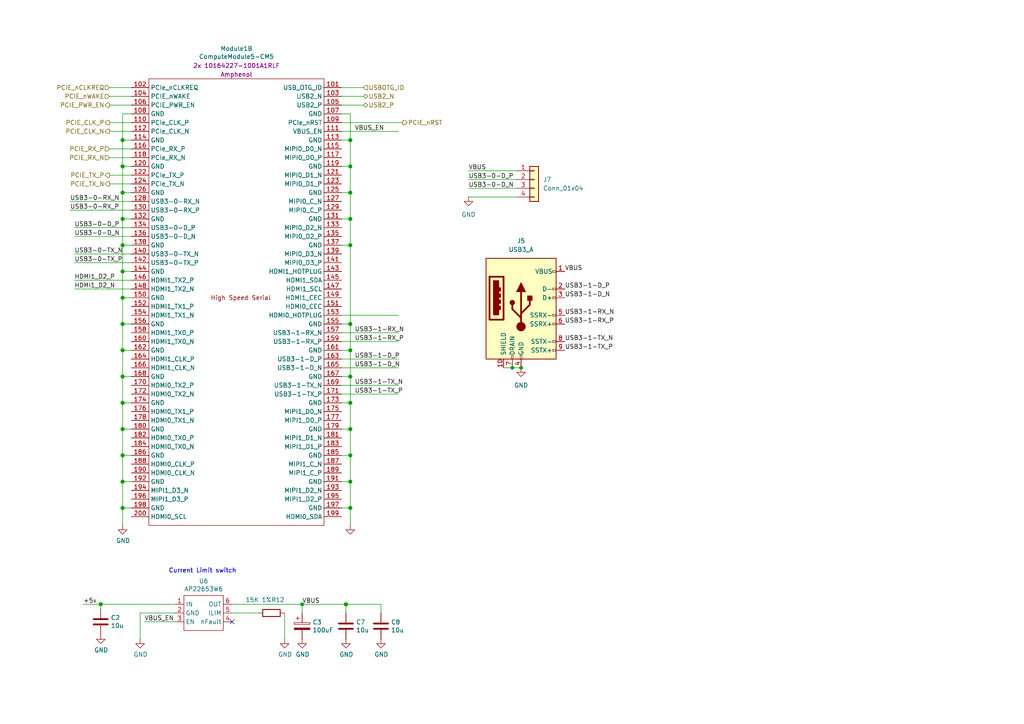
<source format=kicad_sch>
(kicad_sch (version 20250114) (generator "eeschema") (generator_version "9.0")
  (paper "A4")
  (title_block (title "Compute Module 5 IO ") (rev "1") (company "E-SMART SOLUTIONS") (comment 1 "Mostafa Bakir"))
  (lib_symbols
    (symbol "CM5IO:AP2553W6"
      (property "Reference" "U" (at 3.81 -6.35 0))
      (property "Value" "AP2553W6" (at -3.81 -6.35 0))
      (symbol "AP2553W6_0_0"
        (pin power_in line (at -8.89 2.54 0) (length 2.54) (name "IN") (number "1"))
        (pin power_out line (at -8.89 0 0) (length 2.54) (name "GND") (number "2"))
        (pin input line (at -8.89 -2.54 0) (length 2.54) (name "EN") (number "3"))
        (pin power_out line (at 7.62 2.54 180) (length 2.54) (name "OUT") (number "6"))
        (pin passive line (at 7.62 0 180) (length 2.54) (name "ILIM") (number "5"))
        (pin open_collector line (at 7.62 -2.54 180) (length 2.54) (name "nFault") (number "4"))
      )
      (symbol "AP2553W6_0_1"
        (rectangle (start -6.35 5.08) (end 5.08 -5.08))
      )
    )
    (symbol "CM5IO:ComputeModule5-CM5"
      (property "Reference" "Module" (at 113.03 -68.58 0))
      (property "Value" "ComputeModule5-CM5" (at 140.97 2.54 0))
      (property "Field4" "Amphenol" (at 0 0 0))
      (property "Field5" "2x 10164227-1001A1RLF" (at 0 -2.54 0))
      (symbol "ComputeModule5-CM5_1_0"
        (text "GPIO" (at 0 6.35 0) (effects (font (size 1.27 1.27))))
      )
      (symbol "ComputeModule5-CM5_1_1"
        (rectangle (start -30.48 -71.12) (end 25.4 58.42))
        (text "600mA Max" (at -8.89 -48.26 0) (effects (font (size 1.27 1.27))))
        (text "600mA Max" (at -8.89 -53.34 0) (effects (font (size 1.27 1.27))))
        (text "NB SD signals are only available" (at -1.27 -27.94 0) (effects (font (size 1.27 1.27))))
        (text "on modules without eMMC" (at -1.27 -30.48 0) (effects (font (size 1.27 1.27))))
        (pin power_in line (at -33.02 55.88 0) (length 2.54) (name "GND") (number "2"))
        (pin passive line (at -33.02 53.34 0) (length 2.54) (name "Ethernet_Pair1_P") (number "4"))
        (pin passive line (at -33.02 50.8 0) (length 2.54) (name "Ethernet_Pair1_N") (number "6"))
        (pin power_in line (at -33.02 48.26 0) (length 2.54) (name "GND") (number "8"))
        (pin passive line (at -33.02 45.72 0) (length 2.54) (name "Ethernet_Pair0_N") (number "10"))
        (pin passive line (at -33.02 43.18 0) (length 2.54) (name "Ethernet_Pair0_P") (number "12"))
        (pin power_in line (at -33.02 40.64 0) (length 2.54) (name "GND") (number "14"))
        (pin input line (at -33.02 38.1 0) (length 2.54) (name "FAN_TACHO") (number "16"))
        (pin input line (at -33.02 35.56 0) (length 2.54) (name "Ethernet_SYNC_OUT(3.3v)") (number "18"))
        (pin passive line (at -33.02 33.02 0) (length 2.54) (name "EEPROM_nWP") (number "20"))
        (pin power_in line (at -33.02 30.48 0) (length 2.54) (name "GND") (number "22"))
        (pin passive line (at -33.02 27.94 0) (length 2.54) (name "GPIO26") (number "24"))
        (pin passive line (at -33.02 25.4 0) (length 2.54) (name "GPIO19") (number "26"))
        (pin passive line (at -33.02 22.86 0) (length 2.54) (name "GPIO13") (number "28"))
        (pin passive line (at -33.02 20.32 0) (length 2.54) (name "GPIO6") (number "30"))
        (pin power_in line (at -33.02 17.78 0) (length 2.54) (name "GND") (number "32"))
        (pin passive line (at -33.02 15.24 0) (length 2.54) (name "GPIO5") (number "34"))
        (pin passive line (at -33.02 12.7 0) (length 2.54) (name "ID_SD") (number "36"))
        (pin passive line (at -33.02 10.16 0) (length 2.54) (name "GPIO11") (number "38"))
        (pin passive line (at -33.02 7.62 0) (length 2.54) (name "GPIO9") (number "40"))
        (pin power_in line (at -33.02 5.08 0) (length 2.54) (name "GND") (number "42"))
        (pin passive line (at -33.02 2.54 0) (length 2.54) (name "GPIO10") (number "44"))
        (pin passive line (at -33.02 0 0) (length 2.54) (name "GPIO22") (number "46"))
        (pin passive line (at -33.02 -2.54 0) (length 2.54) (name "GPIO27") (number "48"))
        (pin passive line (at -33.02 -5.08 0) (length 2.54) (name "GPIO17") (number "50"))
        (pin power_in line (at -33.02 -7.62 0) (length 2.54) (name "GND") (number "52"))
        (pin passive line (at -33.02 -10.16 0) (length 2.54) (name "GPIO4") (number "54"))
        (pin passive line (at -33.02 -12.7 0) (length 2.54) (name "GPIO3") (number "56"))
        (pin passive line (at -33.02 -15.24 0) (length 2.54) (name "GPIO2") (number "58"))
        (pin power_in line (at -33.02 -17.78 0) (length 2.54) (name "GND") (number "60"))
        (pin passive line (at -33.02 -20.32 0) (length 2.54) (name "SD_CMD") (number "62"))
        (pin passive line (at -33.02 -22.86 0) (length 2.54) (name "SD_DAT5") (number "64"))
        (pin power_in line (at -33.02 -25.4 0) (length 2.54) (name "GND") (number "66"))
        (pin passive line (at -33.02 -27.94 0) (length 2.54) (name "SD_DAT4") (number "68"))
        (pin passive line (at -33.02 -30.48 0) (length 2.54) (name "SD_DAT7") (number "70"))
        (pin passive line (at -33.02 -33.02 0) (length 2.54) (name "SD_DAT6") (number "72"))
        (pin power_in line (at -33.02 -35.56 0) (length 2.54) (name "GND") (number "74"))
        (pin passive line (at -33.02 -38.1 0) (length 2.54) (name "VBAT") (number "76"))
        (pin power_in line (at -33.02 -40.64 0) (length 2.54) (name "GPIO_VREF(1.8v/3.3v_Input)") (number "78"))
        (pin passive line (at -33.02 -43.18 0) (length 2.54) (name "SCL0") (number "80"))
        (pin passive line (at -33.02 -45.72 0) (length 2.54) (name "SDA0") (number "82"))
        (pin power_out line (at -33.02 -48.26 0) (length 2.54) (name "+3.3v_(Output)") (number "84"))
        (pin passive line (at -33.02 -50.8 0) (length 2.54) (name "+3.3v_(Output)") (number "86"))
        (pin power_out line (at -33.02 -53.34 0) (length 2.54) (name "+1.8v_(Output)") (number "88"))
        (pin passive line (at -33.02 -55.88 0) (length 2.54) (name "+1.8v_(Output)") (number "90"))
        (pin passive line (at -33.02 -58.42 0) (length 2.54) (name "PWR_BUT") (number "92"))
        (pin passive line (at -33.02 -60.96 0) (length 2.54) (name "CC1") (number "94"))
        (pin passive line (at -33.02 -63.5 0) (length 2.54) (name "CC2") (number "96"))
        (pin power_in line (at -33.02 -66.04 0) (length 2.54) (name "GND") (number "98"))
        (pin passive line (at -33.02 -68.58 0) (length 2.54) (name "CAM_GPIO1") (number "100"))
        (pin power_in line (at 27.94 55.88 180) (length 2.54) (name "GND") (number "1"))
        (pin passive line (at 27.94 53.34 180) (length 2.54) (name "Ethernet_Pair3_P") (number "3"))
        (pin passive line (at 27.94 50.8 180) (length 2.54) (name "Ethernet_Pair3_N") (number "5"))
        (pin power_in line (at 27.94 48.26 180) (length 2.54) (name "GND") (number "7"))
        (pin passive line (at 27.94 45.72 180) (length 2.54) (name "Ethernet_Pair2_N") (number "9"))
        (pin passive line (at 27.94 43.18 180) (length 2.54) (name "Ethernet_Pair2_P") (number "11"))
        (pin power_in line (at 27.94 40.64 180) (length 2.54) (name "GND") (number "13"))
        (pin output line (at 27.94 38.1 180) (length 2.54) (name "Ethernet_nLED3(3.3v)") (number "15"))
        (pin output line (at 27.94 35.56 180) (length 2.54) (name "Ethernet_nLED2(3.3v)") (number "17"))
        (pin output line (at 27.94 33.02 180) (length 2.54) (name "FAN_PWM") (number "19"))
        (pin open_collector line (at 27.94 30.48 180) (length 2.54) (name "LED_nACT") (number "21"))
        (pin power_in line (at 27.94 27.94 180) (length 2.54) (name "GND") (number "23"))
        (pin passive line (at 27.94 25.4 180) (length 2.54) (name "GPIO21") (number "25"))
        (pin passive line (at 27.94 22.86 180) (length 2.54) (name "GPIO20") (number "27"))
        (pin passive line (at 27.94 20.32 180) (length 2.54) (name "GPIO16") (number "29"))
        (pin passive line (at 27.94 17.78 180) (length 2.54) (name "GPIO12") (number "31"))
        (pin power_in line (at 27.94 15.24 180) (length 2.54) (name "GND") (number "33"))
        (pin passive line (at 27.94 12.7 180) (length 2.54) (name "ID_SC") (number "35"))
        (pin passive line (at 27.94 10.16 180) (length 2.54) (name "GPIO7") (number "37"))
        (pin passive line (at 27.94 7.62 180) (length 2.54) (name "GPIO8") (number "39"))
        (pin passive line (at 27.94 5.08 180) (length 2.54) (name "GPIO25") (number "41"))
        (pin power_in line (at 27.94 2.54 180) (length 2.54) (name "GND") (number "43"))
        (pin passive line (at 27.94 0 180) (length 2.54) (name "GPIO24") (number "45"))
        (pin passive line (at 27.94 -2.54 180) (length 2.54) (name "GPIO23") (number "47"))
        (pin passive line (at 27.94 -5.08 180) (length 2.54) (name "GPIO18") (number "49"))
        (pin passive line (at 27.94 -7.62 180) (length 2.54) (name "GPIO15") (number "51"))
        (pin power_in line (at 27.94 -10.16 180) (length 2.54) (name "GND") (number "53"))
        (pin passive line (at 27.94 -12.7 180) (length 2.54) (name "GPIO14") (number "55"))
        (pin passive line (at 27.94 -15.24 180) (length 2.54) (name "SD_CLK") (number "57"))
        (pin power_in line (at 27.94 -17.78 180) (length 2.54) (name "GND") (number "59"))
        (pin passive line (at 27.94 -20.32 180) (length 2.54) (name "SD_DAT3") (number "61"))
        (pin passive line (at 27.94 -22.86 180) (length 2.54) (name "SD_DAT0") (number "63"))
        (pin power_in line (at 27.94 -25.4 180) (length 2.54) (name "GND") (number "65"))
        (pin passive line (at 27.94 -27.94 180) (length 2.54) (name "SD_DAT1") (number "67"))
        (pin passive line (at 27.94 -30.48 180) (length 2.54) (name "SD_DAT2") (number "69"))
        (pin power_in line (at 27.94 -33.02 180) (length 2.54) (name "GND") (number "71"))
        (pin input line (at 27.94 -35.56 180) (length 2.54) (name "SD_VDD_Override") (number "73"))
        (pin output line (at 27.94 -38.1 180) (length 2.54) (name "SD_PWR_ON") (number "75"))
        (pin power_in line (at 27.94 -40.64 180) (length 2.54) (name "+5v_(Input)") (number "77"))
        (pin power_in line (at 27.94 -43.18 180) (length 2.54) (name "+5v_(Input)") (number "79"))
        (pin power_in line (at 27.94 -45.72 180) (length 2.54) (name "+5v_(Input)") (number "81"))
        (pin power_in line (at 27.94 -48.26 180) (length 2.54) (name "+5v_(Input)") (number "83"))
        (pin power_in line (at 27.94 -50.8 180) (length 2.54) (name "+5v_(Input)") (number "85"))
        (pin power_in line (at 27.94 -53.34 180) (length 2.54) (name "+5v_(Input)") (number "87"))
        (pin input line (at 27.94 -55.88 180) (length 2.54) (name "WiFi_nDisable") (number "89"))
        (pin input line (at 27.94 -58.42 180) (length 2.54) (name "BT_nDisable") (number "91"))
        (pin input line (at 27.94 -60.96 180) (length 2.54) (name "nRPIBOOT") (number "93"))
        (pin output line (at 27.94 -63.5 180) (length 2.54) (name "LED_nPWR") (number "95"))
        (pin passive line (at 27.94 -66.04 180) (length 2.54) (name "CAM_GPIO0") (number "97"))
        (pin input line (at 27.94 -68.58 180) (length 2.54) (name "PMIC_ENABLE") (number "99"))
      )
      (symbol "ComputeModule5-CM5_2_1"
        (rectangle (start 114.3 -66.04) (end 165.1 63.5))
        (text "High Speed Serial" (at 140.97 0 0) (effects (font (size 1.27 1.27))))
        (pin input line (at 109.22 60.96 0) (length 5.08) (name "PCIe_nCLKREQ") (number "102"))
        (pin input line (at 109.22 58.42 0) (length 5.08) (name "PCIE_nWAKE") (number "104"))
        (pin output line (at 109.22 55.88 0) (length 5.08) (name "PCIE_PWR_EN") (number "106"))
        (pin power_in line (at 109.22 53.34 0) (length 5.08) (name "GND") (number "108"))
        (pin output line (at 109.22 50.8 0) (length 5.08) (name "PCIe_CLK_P") (number "110"))
        (pin output line (at 109.22 48.26 0) (length 5.08) (name "PCIe_CLK_N") (number "112"))
        (pin power_in line (at 109.22 45.72 0) (length 5.08) (name "GND") (number "114"))
        (pin input line (at 109.22 43.18 0) (length 5.08) (name "PCIe_RX_P") (number "116"))
        (pin input line (at 109.22 40.64 0) (length 5.08) (name "PCIe_RX_N") (number "118"))
        (pin power_in line (at 109.22 38.1 0) (length 5.08) (name "GND") (number "120"))
        (pin output line (at 109.22 35.56 0) (length 5.08) (name "PCIe_TX_P") (number "122"))
        (pin output line (at 109.22 33.02 0) (length 5.08) (name "PCIe_TX_N") (number "124"))
        (pin power_in line (at 109.22 30.48 0) (length 5.08) (name "GND") (number "126"))
        (pin input line (at 109.22 27.94 0) (length 5.08) (name "USB3-0-RX_N") (number "128"))
        (pin input line (at 109.22 25.4 0) (length 5.08) (name "USB3-0-RX_P") (number "130"))
        (pin power_in line (at 109.22 22.86 0) (length 5.08) (name "GND") (number "132"))
        (pin passive line (at 109.22 20.32 0) (length 5.08) (name "USB3-0-D_P") (number "134"))
        (pin passive line (at 109.22 17.78 0) (length 5.08) (name "USB3-0-D_N") (number "136"))
        (pin power_in line (at 109.22 15.24 0) (length 5.08) (name "GND") (number "138"))
        (pin output line (at 109.22 12.7 0) (length 5.08) (name "USB3-0-TX_N") (number "140"))
        (pin output line (at 109.22 10.16 0) (length 5.08) (name "USB3-0-TX_P") (number "142"))
        (pin power_in line (at 109.22 7.62 0) (length 5.08) (name "GND") (number "144"))
        (pin output line (at 109.22 5.08 0) (length 5.08) (name "HDMI1_TX2_P") (number "146"))
        (pin output line (at 109.22 2.54 0) (length 5.08) (name "HDMI1_TX2_N") (number "148"))
        (pin power_in line (at 109.22 0 0) (length 5.08) (name "GND") (number "150"))
        (pin output line (at 109.22 -2.54 0) (length 5.08) (name "HDMI1_TX1_P") (number "152"))
        (pin output line (at 109.22 -5.08 0) (length 5.08) (name "HDMI1_TX1_N") (number "154"))
        (pin power_in line (at 109.22 -7.62 0) (length 5.08) (name "GND") (number "156"))
        (pin output line (at 109.22 -10.16 0) (length 5.08) (name "HDMI1_TX0_P") (number "158"))
        (pin output line (at 109.22 -12.7 0) (length 5.08) (name "HDMI1_TX0_N") (number "160"))
        (pin power_in line (at 109.22 -15.24 0) (length 5.08) (name "GND") (number "162"))
        (pin output line (at 109.22 -17.78 0) (length 5.08) (name "HDMI1_CLK_P") (number "164"))
        (pin output line (at 109.22 -20.32 0) (length 5.08) (name "HDMI1_CLK_N") (number "166"))
        (pin power_in line (at 109.22 -22.86 0) (length 5.08) (name "GND") (number "168"))
        (pin output line (at 109.22 -25.4 0) (length 5.08) (name "HDMI0_TX2_P") (number "170"))
        (pin output line (at 109.22 -27.94 0) (length 5.08) (name "HDMI0_TX2_N") (number "172"))
        (pin power_in line (at 109.22 -30.48 0) (length 5.08) (name "GND") (number "174"))
        (pin output line (at 109.22 -33.02 0) (length 5.08) (name "HDMI0_TX1_P") (number "176"))
        (pin output line (at 109.22 -35.56 0) (length 5.08) (name "HDMI0_TX1_N") (number "178"))
        (pin power_in line (at 109.22 -38.1 0) (length 5.08) (name "GND") (number "180"))
        (pin output line (at 109.22 -40.64 0) (length 5.08) (name "HDMI0_TX0_P") (number "182"))
        (pin output line (at 109.22 -43.18 0) (length 5.08) (name "HDMI0_TX0_N") (number "184"))
        (pin power_in line (at 109.22 -45.72 0) (length 5.08) (name "GND") (number "186"))
        (pin output line (at 109.22 -48.26 0) (length 5.08) (name "HDMI0_CLK_P") (number "188"))
        (pin output line (at 109.22 -50.8 0) (length 5.08) (name "HDMI0_CLK_N") (number "190"))
        (pin power_in line (at 109.22 -53.34 0) (length 5.08) (name "GND") (number "192"))
        (pin output line (at 109.22 -55.88 0) (length 5.08) (name "MIPI1_D3_N") (number "194"))
        (pin output line (at 109.22 -58.42 0) (length 5.08) (name "MIPI1_D3_P") (number "196"))
        (pin power_in line (at 109.22 -60.96 0) (length 5.08) (name "GND") (number "198"))
        (pin open_collector line (at 109.22 -63.5 0) (length 5.08) (name "HDMI0_SCL") (number "200"))
        (pin input line (at 170.18 60.96 180) (length 5.08) (name "USB_OTG_ID") (number "101"))
        (pin passive line (at 170.18 58.42 180) (length 5.08) (name "USB2_N") (number "103"))
        (pin passive line (at 170.18 55.88 180) (length 5.08) (name "USB2_P") (number "105"))
        (pin power_in line (at 170.18 53.34 180) (length 5.08) (name "GND") (number "107"))
        (pin output line (at 170.18 50.8 180) (length 5.08) (name "PCIe_nRST") (number "109"))
        (pin output line (at 170.18 48.26 180) (length 5.08) (name "VBUS_EN") (number "111"))
        (pin power_in line (at 170.18 45.72 180) (length 5.08) (name "GND") (number "113"))
        (pin input line (at 170.18 43.18 180) (length 5.08) (name "MIPI0_D0_N") (number "115"))
        (pin input line (at 170.18 40.64 180) (length 5.08) (name "MIPI0_D0_P") (number "117"))
        (pin power_in line (at 170.18 38.1 180) (length 5.08) (name "GND") (number "119"))
        (pin input line (at 170.18 35.56 180) (length 5.08) (name "MIPI0_D1_N") (number "121"))
        (pin input line (at 170.18 33.02 180) (length 5.08) (name "MIPI0_D1_P") (number "123"))
        (pin power_in line (at 170.18 30.48 180) (length 5.08) (name "GND") (number "125"))
        (pin input line (at 170.18 27.94 180) (length 5.08) (name "MIPI0_C_N") (number "127"))
        (pin input line (at 170.18 25.4 180) (length 5.08) (name "MIPI0_C_P") (number "129"))
        (pin power_in line (at 170.18 22.86 180) (length 5.08) (name "GND") (number "131"))
        (pin input line (at 170.18 20.32 180) (length 5.08) (name "MIPI0_D2_N") (number "133"))
        (pin input line (at 170.18 17.78 180) (length 5.08) (name "MIPI0_D2_P") (number "135"))
        (pin power_in line (at 170.18 15.24 180) (length 5.08) (name "GND") (number "137"))
        (pin input line (at 170.18 12.7 180) (length 5.08) (name "MIPI0_D3_N") (number "139"))
        (pin input line (at 170.18 10.16 180) (length 5.08) (name "MIPI0_D3_P") (number "141"))
        (pin input line (at 170.18 7.62 180) (length 5.08) (name "HDMI1_HOTPLUG") (number "143"))
        (pin bidirectional line (at 170.18 5.08 180) (length 5.08) (name "HDMI1_SDA") (number "145"))
        (pin open_collector line (at 170.18 2.54 180) (length 5.08) (name "HDMI1_SCL") (number "147"))
        (pin open_collector line (at 170.18 0 180) (length 5.08) (name "HDMI1_CEC") (number "149"))
        (pin open_collector line (at 170.18 -2.54 180) (length 5.08) (name "HDMI0_CEC") (number "151"))
        (pin input line (at 170.18 -5.08 180) (length 5.08) (name "HDMI0_HOTPLUG") (number "153"))
        (pin power_in line (at 170.18 -7.62 180) (length 5.08) (name "GND") (number "155"))
        (pin input line (at 170.18 -10.16 180) (length 5.08) (name "USB3-1-RX_N") (number "157"))
        (pin input line (at 170.18 -12.7 180) (length 5.08) (name "USB3-1-RX_P") (number "159"))
        (pin power_in line (at 170.18 -15.24 180) (length 5.08) (name "GND") (number "161"))
        (pin passive line (at 170.18 -17.78 180) (length 5.08) (name "USB3-1-D_P") (number "163"))
        (pin passive line (at 170.18 -20.32 180) (length 5.08) (name "USB3-1-D_N") (number "165"))
        (pin power_in line (at 170.18 -22.86 180) (length 5.08) (name "GND") (number "167"))
        (pin output line (at 170.18 -25.4 180) (length 5.08) (name "USB3-1-TX_N") (number "169"))
        (pin output line (at 170.18 -27.94 180) (length 5.08) (name "USB3-1-TX_P") (number "171"))
        (pin power_in line (at 170.18 -30.48 180) (length 5.08) (name "GND") (number "173"))
        (pin output line (at 170.18 -33.02 180) (length 5.08) (name "MIPI1_D0_N") (number "175"))
        (pin output line (at 170.18 -35.56 180) (length 5.08) (name "MIPI1_D0_P") (number "177"))
        (pin power_in line (at 170.18 -38.1 180) (length 5.08) (name "GND") (number "179"))
        (pin output line (at 170.18 -40.64 180) (length 5.08) (name "MIPI1_D1_N") (number "181"))
        (pin output line (at 170.18 -43.18 180) (length 5.08) (name "MIPI1_D1_P") (number "183"))
        (pin power_in line (at 170.18 -45.72 180) (length 5.08) (name "GND") (number "185"))
        (pin output line (at 170.18 -48.26 180) (length 5.08) (name "MIPI1_C_N") (number "187"))
        (pin output line (at 170.18 -50.8 180) (length 5.08) (name "MIPI1_C_P") (number "189"))
        (pin power_in line (at 170.18 -53.34 180) (length 5.08) (name "GND") (number "191"))
        (pin output line (at 170.18 -55.88 180) (length 5.08) (name "MIPI1_D2_N") (number "193"))
        (pin output line (at 170.18 -58.42 180) (length 5.08) (name "MIPI1_D2_P") (number "195"))
        (pin power_in line (at 170.18 -60.96 180) (length 5.08) (name "GND") (number "197"))
        (pin bidirectional line (at 170.18 -63.5 180) (length 5.08) (name "HDMI0_SDA") (number "199"))
      )
    )
    (symbol "Connector:USB3_A" (pin_names (offset 1.016))
      (property "Reference" "J" (at -10.16 15.24 0))
      (property "Value" "USB3_A" (at 10.16 15.24 0))
      (symbol "USB3_A_0_0"
        (rectangle (start -9.144 8.636) (end -5.08 -3.81) (stroke (width 0.508)))
        (rectangle (start -7.874 7.366) (end -6.604 -2.286) (stroke (width 0.508)) (fill (type outline)))
        (rectangle (start -6.35 5.334) (end -6.096 4.572) (stroke (width 0.508)))
        (rectangle (start -6.35 3.556) (end -6.096 2.794) (stroke (width 0.508)))
        (rectangle (start -6.35 1.778) (end -6.096 1.016) (stroke (width 0.508)))
        (rectangle (start -6.35 0) (end -6.096 -0.762) (stroke (width 0.508)))
        (rectangle (start -2.794 -15.24) (end -2.286 -14.224))
        (rectangle (start -0.254 -15.24) (end 0.254 -14.224))
        (rectangle (start 10.16 10.414) (end 9.144 9.906))
        (rectangle (start 10.16 5.334) (end 9.144 4.826))
        (rectangle (start 10.16 2.794) (end 9.144 2.286))
        (rectangle (start 10.16 -2.286) (end 9.144 -2.794))
        (rectangle (start 10.16 -4.826) (end 9.144 -5.334))
        (rectangle (start 10.16 -9.906) (end 9.144 -10.414))
        (rectangle (start 10.16 -12.446) (end 9.144 -12.954))
      )
      (symbol "USB3_A_0_1"
        (rectangle (start -10.16 13.97) (end 10.16 -15.24) (stroke (width 0.254)) (fill (type background)))
      )
      (symbol "USB3_A_1_1"
        (circle (center -2.54 1.143) (radius 0.635) (stroke (width 0.254)) (fill (type outline)))
        (polyline (pts (xy -1.27 4.318) (xy 0 6.858) (xy 1.27 4.318) (xy -1.27 4.318)) (stroke (width 0.254)) (fill (type outline)))
        (polyline (pts (xy 0 -2.032) (xy 2.54 0.508) (xy 2.54 1.778)) (stroke (width 0.508)))
        (polyline (pts (xy 0 -3.302) (xy -2.54 -0.762) (xy -2.54 0.508)) (stroke (width 0.508)))
        (polyline (pts (xy 0 -5.842) (xy 0 4.318)) (stroke (width 0.508)))
        (circle (center 0 -5.842) (radius 1.27) (fill (type outline)))
        (rectangle (start 1.905 1.778) (end 3.175 3.048) (stroke (width 0.254)) (fill (type outline)))
        (pin passive line (at -5.08 -17.78 90) (length 2.54) (name "SHIELD") (number "10"))
        (pin passive line (at -2.54 -17.78 90) (length 2.54) (name "DRAIN") (number "7"))
        (pin power_in line (at 0 -17.78 90) (length 2.54) (name "GND") (number "4"))
        (pin power_in line (at 12.7 10.16 180) (length 2.54) (name "VBUS") (number "1"))
        (pin bidirectional line (at 12.7 5.08 180) (length 2.54) (name "D-") (number "2"))
        (pin bidirectional line (at 12.7 2.54 180) (length 2.54) (name "D+") (number "3"))
        (pin output line (at 12.7 -2.54 180) (length 2.54) (name "SSRX-") (number "5"))
        (pin output line (at 12.7 -5.08 180) (length 2.54) (name "SSRX+") (number "6"))
        (pin input line (at 12.7 -10.16 180) (length 2.54) (name "SSTX-") (number "8"))
        (pin input line (at 12.7 -12.7 180) (length 2.54) (name "SSTX+") (number "9"))
      )
    )
    (symbol "Connector_Generic:Conn_01x04" (pin_names (offset 1.016) (hide yes))
      (property "Reference" "J" (at 0 5.08 0))
      (property "Value" "Conn_01x04" (at 0 -7.62 0))
      (symbol "Conn_01x04_1_1"
        (rectangle (start -1.27 3.81) (end 1.27 -6.35) (stroke (width 0.254)) (fill (type background)))
        (rectangle (start -1.27 2.667) (end 0 2.413) (stroke (width 0.1524)))
        (rectangle (start -1.27 0.127) (end 0 -0.127) (stroke (width 0.1524)))
        (rectangle (start -1.27 -2.413) (end 0 -2.667) (stroke (width 0.1524)))
        (rectangle (start -1.27 -4.953) (end 0 -5.207) (stroke (width 0.1524)))
        (pin passive line (at -5.08 2.54 0) (length 3.81) (name "Pin_1") (number "1"))
        (pin passive line (at -5.08 0 0) (length 3.81) (name "Pin_2") (number "2"))
        (pin passive line (at -5.08 -2.54 0) (length 3.81) (name "Pin_3") (number "3"))
        (pin passive line (at -5.08 -5.08 0) (length 3.81) (name "Pin_4") (number "4"))
      )
    )
    (symbol "Device:C" (pin_numbers (hide yes)) (pin_names (offset 0.254))
      (property "Reference" "C" (at 0.635 2.54 0))
      (property "Value" "C" (at 0.635 -2.54 0))
      (symbol "C_0_1"
        (polyline (pts (xy -2.032 0.762) (xy 2.032 0.762)) (stroke (width 0.508)))
        (polyline (pts (xy -2.032 -0.762) (xy 2.032 -0.762)) (stroke (width 0.508)))
      )
      (symbol "C_1_1"
        (pin passive line (at 0 3.81 270) (length 2.794) (name "~") (number "1"))
        (pin passive line (at 0 -3.81 90) (length 2.794) (name "~") (number "2"))
      )
    )
    (symbol "Device:C_Polarized" (pin_numbers (hide yes)) (pin_names (offset 0.254))
      (property "Reference" "C" (at 0.635 2.54 0))
      (property "Value" "C_Polarized" (at 0.635 -2.54 0))
      (symbol "C_Polarized_0_1"
        (rectangle (start -2.286 0.508) (end 2.286 1.016))
        (polyline (pts (xy -1.778 2.286) (xy -0.762 2.286)))
        (polyline (pts (xy -1.27 2.794) (xy -1.27 1.778)))
        (rectangle (start 2.286 -0.508) (end -2.286 -1.016) (fill (type outline)))
      )
      (symbol "C_Polarized_1_1"
        (pin passive line (at 0 3.81 270) (length 2.794) (name "~") (number "1"))
        (pin passive line (at 0 -3.81 90) (length 2.794) (name "~") (number "2"))
      )
    )
    (symbol "Device:R" (pin_numbers (hide yes)) (pin_names (offset 0))
      (property "Reference" "R" (at 2.032 0 90))
      (property "Value" "R" (at 0 0 90))
      (symbol "R_0_1"
        (rectangle (start -1.016 -2.54) (end 1.016 2.54) (stroke (width 0.254)))
      )
      (symbol "R_1_1"
        (pin passive line (at 0 3.81 270) (length 1.27) (name "~") (number "1"))
        (pin passive line (at 0 -3.81 90) (length 1.27) (name "~") (number "2"))
      )
    )
    (symbol "power:GND" (power) (pin_numbers (hide yes)) (pin_names (offset 0) (hide yes))
      (property "Value" "GND" (at 0 -3.81 0))
      (symbol "GND_0_1"
        (polyline (pts (xy 0 0) (xy 0 -1.27) (xy 1.27 -1.27) (xy 0 -2.54) (xy -1.27 -1.27) (xy 0 -1.27)))
      )
      (symbol "GND_1_1"
        (pin power_in line (at 0 0 270) (length 0) (name "~") (number "1"))
      )
    )
  )
  (text "Current Limit switch" (at 68.58 166.37 0) (effects (font (size 1.27 1.27)) (justify right bottom)))
  (text "Current Limit switch" (at 68.58 166.37 0) (effects (font (size 1.27 1.27)) (justify right bottom)))
  (junction (at 35.56 147.32) (diameter 1.016))
  (junction (at 35.56 132.08) (diameter 1.016))
  (junction (at 101.6 132.08) (diameter 1.016))
  (junction (at 35.56 71.12) (diameter 1.016))
  (junction (at 101.6 55.88) (diameter 1.016))
  (junction (at 100.33 175.26) (diameter 1.016))
  (junction (at 148.59 106.68))
  (junction (at 101.6 147.32) (diameter 1.016))
  (junction (at 35.56 40.64) (diameter 1.016))
  (junction (at 101.6 40.64) (diameter 1.016))
  (junction (at 35.56 55.88) (diameter 1.016))
  (junction (at 101.6 101.6) (diameter 1.016))
  (junction (at 101.6 124.46) (diameter 1.016))
  (junction (at 35.56 78.74) (diameter 1.016))
  (junction (at 101.6 116.84) (diameter 1.016))
  (junction (at 35.56 48.26) (diameter 1.016))
  (junction (at 101.6 63.5) (diameter 1.016))
  (junction (at 29.21 175.26) (diameter 1.016))
  (junction (at 101.6 48.26) (diameter 1.016))
  (junction (at 35.56 139.7) (diameter 1.016))
  (junction (at 101.6 139.7) (diameter 1.016))
  (junction (at 101.6 93.98) (diameter 1.016))
  (junction (at 35.56 101.6) (diameter 1.016))
  (junction (at 35.56 116.84) (diameter 1.016))
  (junction (at 35.56 86.36) (diameter 1.016))
  (junction (at 101.6 71.12) (diameter 1.016))
  (junction (at 101.6 109.22) (diameter 1.016))
  (junction (at 35.56 63.5) (diameter 1.016))
  (junction (at 87.63 175.26))
  (junction (at 35.56 93.98) (diameter 1.016))
  (junction (at 151.13 106.68))
  (junction (at 35.56 124.46) (diameter 1.016))
  (junction (at 35.56 109.22) (diameter 1.016))
  (no_connect (at 67.31 180.34))
  (wire (pts (xy 24.13 175.26) (xy 29.21 175.26)))
  (wire (pts (xy 99.06 38.1) (xy 115.57 38.1)))
  (wire (pts (xy 35.56 63.5) (xy 35.56 71.12)))
  (wire (pts (xy 35.56 139.7) (xy 35.56 147.32)))
  (wire (pts (xy 67.31 177.8) (xy 74.93 177.8)))
  (wire (pts (xy 35.56 33.02) (xy 35.56 40.64)))
  (wire (pts (xy 35.56 86.36) (xy 35.56 93.98)))
  (wire (pts (xy 35.56 71.12) (xy 35.56 78.74)))
  (wire (pts (xy 35.56 101.6) (xy 35.56 109.22)))
  (wire (pts (xy 101.6 48.26) (xy 101.6 40.64)))
  (wire (pts (xy 99.06 30.48) (xy 105.41 30.48)))
  (wire (pts (xy 35.56 86.36) (xy 38.1 86.36)))
  (wire (pts (xy 35.56 109.22) (xy 35.56 116.84)))
  (wire (pts (xy 35.56 48.26) (xy 35.56 55.88)))
  (wire (pts (xy 35.56 132.08) (xy 38.1 132.08)))
  (wire (pts (xy 101.6 71.12) (xy 101.6 63.5)))
  (wire (pts (xy 31.75 38.1) (xy 38.1 38.1)))
  (wire (pts (xy 35.56 109.22) (xy 38.1 109.22)))
  (wire (pts (xy 38.1 147.32) (xy 35.56 147.32)))
  (wire (pts (xy 99.06 101.6) (xy 101.6 101.6)))
  (wire (pts (xy 35.56 55.88) (xy 35.56 63.5)))
  (wire (pts (xy 31.75 27.94) (xy 38.1 27.94)))
  (wire (pts (xy 99.06 40.64) (xy 101.6 40.64)))
  (wire (pts (xy 135.89 49.53) (xy 149.86 49.53)))
  (wire (pts (xy 21.59 73.66) (xy 38.1 73.66)))
  (wire (pts (xy 21.59 66.04) (xy 38.1 66.04)))
  (wire (pts (xy 101.6 124.46) (xy 101.6 132.08)))
  (wire (pts (xy 40.64 177.8) (xy 40.64 185.42)))
  (wire (pts (xy 135.89 54.61) (xy 149.86 54.61)))
  (wire (pts (xy 41.91 180.34) (xy 50.8 180.34)))
  (wire (pts (xy 101.6 116.84) (xy 101.6 124.46)))
  (wire (pts (xy 21.59 76.2) (xy 38.1 76.2)))
  (wire (pts (xy 101.6 147.32) (xy 101.6 152.4)))
  (wire (pts (xy 100.33 177.8) (xy 100.33 175.26)))
  (wire (pts (xy 38.1 43.18) (xy 31.75 43.18)))
  (wire (pts (xy 31.75 30.48) (xy 38.1 30.48)))
  (wire (pts (xy 99.06 132.08) (xy 101.6 132.08)))
  (wire (pts (xy 31.75 53.34) (xy 38.1 53.34)))
  (wire (pts (xy 82.55 177.8) (xy 82.55 185.42)))
  (wire (pts (xy 50.8 177.8) (xy 40.64 177.8)))
  (wire (pts (xy 35.56 63.5) (xy 38.1 63.5)))
  (wire (pts (xy 99.06 48.26) (xy 101.6 48.26)))
  (wire (pts (xy 38.1 45.72) (xy 31.75 45.72)))
  (wire (pts (xy 101.6 93.98) (xy 101.6 101.6)))
  (wire (pts (xy 135.89 57.15) (xy 149.86 57.15)))
  (wire (pts (xy 35.56 116.84) (xy 35.56 124.46)))
  (wire (pts (xy 21.59 83.82) (xy 38.1 83.82)))
  (wire (pts (xy 35.56 40.64) (xy 38.1 40.64)))
  (wire (pts (xy 38.1 139.7) (xy 35.56 139.7)))
  (wire (pts (xy 67.31 175.26) (xy 87.63 175.26)))
  (wire (pts (xy 87.63 175.26) (xy 100.33 175.26)))
  (wire (pts (xy 29.21 175.26) (xy 50.8 175.26)))
  (wire (pts (xy 35.56 124.46) (xy 38.1 124.46)))
  (wire (pts (xy 99.06 55.88) (xy 101.6 55.88)))
  (wire (pts (xy 99.06 116.84) (xy 101.6 116.84)))
  (wire (pts (xy 99.06 93.98) (xy 101.6 93.98)))
  (wire (pts (xy 31.75 35.56) (xy 38.1 35.56)))
  (wire (pts (xy 101.6 139.7) (xy 101.6 147.32)))
  (wire (pts (xy 101.6 55.88) (xy 101.6 48.26)))
  (wire (pts (xy 31.75 25.4) (xy 38.1 25.4)))
  (wire (pts (xy 99.06 91.44) (xy 115.57 91.44)))
  (wire (pts (xy 31.75 50.8) (xy 38.1 50.8)))
  (wire (pts (xy 101.6 109.22) (xy 101.6 116.84)))
  (wire (pts (xy 35.56 93.98) (xy 38.1 93.98)))
  (wire (pts (xy 35.56 116.84) (xy 38.1 116.84)))
  (wire (pts (xy 99.06 63.5) (xy 101.6 63.5)))
  (wire (pts (xy 38.1 33.02) (xy 35.56 33.02)))
  (wire (pts (xy 100.33 175.26) (xy 110.49 175.26)))
  (wire (pts (xy 35.56 71.12) (xy 38.1 71.12)))
  (wire (pts (xy 35.56 124.46) (xy 35.56 132.08)))
  (wire (pts (xy 87.63 175.26) (xy 87.63 177.8)))
  (wire (pts (xy 35.56 101.6) (xy 38.1 101.6)))
  (wire (pts (xy 148.59 106.68) (xy 151.13 106.68)))
  (wire (pts (xy 20.32 60.96) (xy 38.1 60.96)))
  (wire (pts (xy 99.06 124.46) (xy 101.6 124.46)))
  (wire (pts (xy 35.56 55.88) (xy 38.1 55.88)))
  (wire (pts (xy 99.06 96.52) (xy 115.57 96.52)))
  (wire (pts (xy 115.57 99.06) (xy 99.06 99.06)))
  (wire (pts (xy 99.06 109.22) (xy 101.6 109.22)))
  (wire (pts (xy 146.05 106.68) (xy 148.59 106.68)))
  (wire (pts (xy 35.56 132.08) (xy 35.56 139.7)))
  (wire (pts (xy 99.06 27.94) (xy 105.41 27.94)))
  (wire (pts (xy 20.32 58.42) (xy 38.1 58.42)))
  (wire (pts (xy 101.6 40.64) (xy 101.6 33.02)))
  (wire (pts (xy 101.6 63.5) (xy 101.6 55.88)))
  (wire (pts (xy 99.06 104.14) (xy 115.57 104.14)))
  (wire (pts (xy 99.06 106.68) (xy 115.57 106.68)))
  (wire (pts (xy 35.56 78.74) (xy 38.1 78.74)))
  (wire (pts (xy 101.6 132.08) (xy 101.6 139.7)))
  (wire (pts (xy 35.56 48.26) (xy 38.1 48.26)))
  (wire (pts (xy 99.06 35.56) (xy 116.84 35.56)))
  (wire (pts (xy 101.6 71.12) (xy 101.6 93.98)))
  (wire (pts (xy 35.56 93.98) (xy 35.56 101.6)))
  (wire (pts (xy 99.06 71.12) (xy 101.6 71.12)))
  (wire (pts (xy 21.59 68.58) (xy 38.1 68.58)))
  (wire (pts (xy 99.06 114.3) (xy 115.57 114.3)))
  (wire (pts (xy 29.21 176.53) (xy 29.21 175.26)))
  (wire (pts (xy 101.6 33.02) (xy 99.06 33.02)))
  (wire (pts (xy 21.59 81.28) (xy 38.1 81.28)))
  (wire (pts (xy 101.6 101.6) (xy 101.6 109.22)))
  (wire (pts (xy 35.56 78.74) (xy 35.56 86.36)))
  (wire (pts (xy 35.56 147.32) (xy 35.56 152.4)))
  (wire (pts (xy 99.06 147.32) (xy 101.6 147.32)))
  (wire (pts (xy 110.49 175.26) (xy 110.49 177.8)))
  (wire (pts (xy 35.56 40.64) (xy 35.56 48.26)))
  (wire (pts (xy 99.06 139.7) (xy 101.6 139.7)))
  (wire (pts (xy 99.06 111.76) (xy 115.57 111.76)))
  (wire (pts (xy 105.41 25.4) (xy 99.06 25.4)))
  (wire (pts (xy 135.89 52.07) (xy 149.86 52.07)))
  (label "USB3-1-D_N" (at 102.87 106.68 0))
  (label "VBUS_EN" (at 102.87 38.1 0))
  (label "USB3-0-D_N" (at 21.59 68.58 0))
  (label "USB3-0-TX_N" (at 21.59 73.66 0))
  (label "VBUS_EN" (at 41.91 180.34 0))
  (label "USB3-1-TX_P" (at 102.87 114.3 0))
  (label "+5v" (at 24.13 175.26 0))
  (label "USB3-1-RX_P" (at 102.87 99.06 0))
  (label "USB3-0-TX_P" (at 21.59 76.2 0))
  (label "USB3-0-RX_N" (at 20.32 58.42 0))
  (label "USB3-1-TX_N" (at 102.87 111.76 0))
  (label "HDMI1_D2_N" (at 21.59 83.82 0))
  (label "VBUS" (at 135.89 49.53 0))
  (label "USB3-0-D_N" (at 135.89 54.61 0))
  (label "USB3-1-RX_P" (at 163.83 93.98 0))
  (label "USB3-1-RX_N" (at 102.87 96.52 0))
  (label "VBUS" (at 87.63 175.26 0))
  (label "VBUS" (at 163.83 78.74 0))
  (label "USB3-0-D_P" (at 21.59 66.04 0))
  (label "USB3-1-TX_N" (at 163.83 99.06 0))
  (label "USB3-1-RX_N" (at 163.83 91.44 0))
  (label "USB3-0-RX_P" (at 20.32 60.96 0))
  (label "HDMI1_D2_P" (at 21.59 81.28 0))
  (label "USB3-1-TX_P" (at 163.83 101.6 0))
  (label "USB3-1-D_P" (at 163.83 83.82 0))
  (label "USB3-1-D_N" (at 163.83 86.36 0))
  (label "USB3-0-D_P" (at 135.89 52.07 0))
  (label "USB3-1-D_P" (at 102.87 104.14 0))
  (hierarchical_label "USBOTG_ID" (shape input) (at 105.41 25.4 0))
  (hierarchical_label "PCIE_PWR_EN" (shape output) (at 31.75 30.48 180))
  (hierarchical_label "PCIE_CLK_P" (shape output) (at 31.75 35.56 180))
  (hierarchical_label "PCIE_RX_N" (shape input) (at 31.75 45.72 180))
  (hierarchical_label "PCIE_nCLKREQ" (shape input) (at 31.75 25.4 180))
  (hierarchical_label "PCIE_RX_P" (shape input) (at 31.75 43.18 180))
  (hierarchical_label "USB2_P" (shape bidirectional) (at 105.41 30.48 0))
  (hierarchical_label "USB2_N" (shape bidirectional) (at 105.41 27.94 0))
  (hierarchical_label "PCIE_TX_P" (shape output) (at 31.75 50.8 180))
  (hierarchical_label "PCIE_nWAKE" (shape input) (at 31.75 27.94 180))
  (hierarchical_label "PCIE_CLK_N" (shape output) (at 31.75 38.1 180))
  (hierarchical_label "PCIE_nRST" (shape output) (at 116.84 35.56 0))
  (hierarchical_label "PCIE_TX_N" (shape output) (at 31.75 53.34 180))
  (symbol (lib_id "power:GND") (at 101.6 152.4 0) (unit 1)
    (property "Reference" "#PWR0130" (effects (hide yes)))
    (property "Value" "GND" (effects (hide yes)))
    (property "Description" "Power symbol creates a global label with name \"GND\" , ground" (effects (hide yes)))
  )
  (symbol (lib_id "power:GND") (at 35.56 152.4 0) (unit 1)
    (property "Reference" "#PWR0131" (effects (hide yes)))
    (property "Value" "GND" (at 35.687 156.7942 0))
    (property "Description" "Power symbol creates a global label with name \"GND\" , ground" (effects (hide yes)))
  )
  (symbol (lib_id "CM5IO:ComputeModule5-CM5") (at -71.12 86.36 0) (unit 2)
    (property "Reference" "Module1" (at 68.58 14.097 0))
    (property "Value" "ComputeModule5-CM5" (at 68.58 16.4084 0))
    (property "Footprint" "CM5IO:Raspberry-Pi-5-Compute-Module" (effects (hide yes)))
    (property "Description" "RaspberryPi Compute module 5" (effects (hide yes)))
    (property "Field4" "Amphenol" (at 68.58 21.59 0))
    (property "Field5" "2x 10164227-1001A1RLF" (at 68.58 19.05 0))
    (property "Field6" "2x 10164227-1001A1RLF" (effects (hide yes)))
    (property "Field7" "Hirose" (effects (hide yes)))
    (property "Part Description" "	100 Position Connector Receptacle, Center Strip Contacts Surface Mount Gold" (effects (hide yes)))
  )
  (symbol (lib_id "power:GND") (at 151.13 106.68 0) (unit 1)
    (property "Reference" "#PWR04" (effects (hide yes)))
    (property "Value" "GND" (at 151.13 111.76 0))
    (property "Description" "Power symbol creates a global label with name \"GND\" , ground" (effects (hide yes)))
  )
  (symbol (lib_id "power:GND") (at 29.21 184.15 0) (unit 1)
    (property "Reference" "#PWR01" (effects (hide yes)))
    (property "Value" "GND" (at 29.337 188.5442 0))
    (property "Description" "Power symbol creates a global label with name \"GND\" , ground" (effects (hide yes)))
  )
  (symbol (lib_id "power:GND") (at 135.89 57.15 0) (unit 1)
    (property "Reference" "#PWR03" (effects (hide yes)))
    (property "Value" "GND" (at 135.89 62.23 0))
    (property "Description" "Power symbol creates a global label with name \"GND\" , ground" (effects (hide yes)))
  )
  (symbol (lib_id "Device:C") (at 100.33 181.61 0) (unit 1)
    (property "Reference" "C7" (at 103.251 180.4416 0) (effects (justify left)))
    (property "Value" "10u" (at 103.251 182.753 0) (effects (justify left)))
    (property "Footprint" "Capacitor_SMD:C_0805_2012Metric" (effects (hide yes)))
    (property "Datasheet" "https://search.murata.co.jp/Ceramy/image/img/A01X/G101/ENG/GRM21BR71A106KA73-01.pdf" (effects (hide yes)))
    (property "Field5" "490-14381-1-ND" (effects (hide yes)))
    (property "Field4" "Digikey" (effects (hide yes)))
    (property "Field6" "GRM21BR71A106KA73L" (effects (hide yes)))
    (property "Field7" "Murata" (effects (hide yes)))
    (property "Part Description" "	10uF 10% 10V Ceramic Capacitor X7R 0805 (2012 Metric)" (effects (hide yes)))
    (property "Field8" "111893011" (effects (hide yes)))
  )
  (symbol (lib_id "Device:C_Polarized") (at 87.63 181.61 0) (unit 1)
    (property "Reference" "C3" (at 90.6272 180.467 0) (effects (justify left)))
    (property "Value" "100uF" (at 90.6272 182.753 0) (effects (justify left)))
    (property "Footprint" "Capacitor_Tantalum_SMD:CP_EIA-7343-31_Kemet-D" (effects (hide yes)))
    (property "Field4" "Mouser" (effects (hide yes)))
    (property "Field5" "667-EEF-CX0J101R" (effects (hide yes)))
    (property "Part Description" "Capacitor, SP-Cap, 100u, 6.3V, 15mR ESR" (effects (hide yes)))
    (property "Field7" "Panasonic" (effects (hide yes)))
  )
  (symbol (lib_id "power:GND") (at 87.63 185.42 0) (unit 1)
    (property "Reference" "#PWR010" (effects (hide yes)))
    (property "Value" "GND" (at 87.757 189.8142 0))
    (property "Description" "Power symbol creates a global label with name \"GND\" , ground" (effects (hide yes)))
  )
  (symbol (lib_id "Device:R") (at 78.74 177.8 90) (unit 1)
    (property "Reference" "R12" (at 82.55 173.99 90) (effects (justify left)))
    (property "Value" "15K 1%" (at 78.74 173.99 90) (effects (justify left)))
    (property "Footprint" "Resistor_SMD:R_0402_1005Metric" (effects (hide yes)))
    (property "Datasheet" "https://fscdn.rohm.com/en/products/databook/datasheet/passive/resistor/chip_resistor/mcr-e.pdf" (effects (hide yes)))
    (property "Field4" "Farnell" (effects (hide yes)))
    (property "Field5" "9239375" (effects (hide yes)))
    (property "Field6" "MCR01MZPF1502" (effects (hide yes)))
    (property "Field7" "Rohm" (effects (hide yes)))
    (property "Part Description" "Resistor 15K M1005 1% 63mW" (effects (hide yes)))
    (property "Field8" "120891581" (effects (hide yes)))
  )
  (symbol (lib_id "power:GND") (at 110.49 185.42 0) (unit 1)
    (property "Reference" "#PWR012" (effects (hide yes)))
    (property "Value" "GND" (at 110.617 189.8142 0))
    (property "Description" "Power symbol creates a global label with name \"GND\" , ground" (effects (hide yes)))
  )
  (symbol (lib_id "power:GND") (at 82.55 185.42 0) (unit 1)
    (property "Reference" "#PWR09" (effects (hide yes)))
    (property "Value" "GND" (at 82.677 189.8142 0))
    (property "Description" "Power symbol creates a global label with name \"GND\" , ground" (effects (hide yes)))
  )
  (symbol (lib_id "Device:C") (at 110.49 181.61 0) (unit 1)
    (property "Reference" "C8" (at 113.411 180.4416 0) (effects (justify left)))
    (property "Value" "10u" (at 113.411 182.753 0) (effects (justify left)))
    (property "Footprint" "Capacitor_SMD:C_0805_2012Metric" (effects (hide yes)))
    (property "Datasheet" "https://search.murata.co.jp/Ceramy/image/img/A01X/G101/ENG/GRM21BR71A106KA73-01.pdf" (effects (hide yes)))
    (property "Field5" "490-14381-1-ND" (effects (hide yes)))
    (property "Field4" "Digikey" (effects (hide yes)))
    (property "Field6" "GRM21BR71A106KA73L" (effects (hide yes)))
    (property "Field7" "Murata" (effects (hide yes)))
    (property "Part Description" "	10uF 10% 10V Ceramic Capacitor X7R 0805 (2012 Metric)" (effects (hide yes)))
    (property "Field8" "111893011" (effects (hide yes)))
  )
  (symbol (lib_id "Connector_Generic:Conn_01x04") (at 154.94 52.07 0) (unit 1)
    (property "Reference" "J7" (at 157.48 52.0699 0) (effects (justify left)))
    (property "Value" "Conn_01x04" (at 157.48 54.6099 0) (effects (justify left)))
    (property "Footprint" "Connector_PinHeader_1.00mm:PinHeader_1x04_P1.00mm_Vertical" (effects (hide yes)))
    (property "Description" "Generic connector, single row, 01x04, script generated (kicad-library-utils/schlib/autogen/connector/)" (effects (hide yes)))
  )
  (symbol (lib_id "CM5IO:AP2553W6") (at 59.69 177.8 0) (unit 1)
    (property "Reference" "U6" (at 59.055 168.529 0))
    (property "Value" "AP22653W6" (at 59.055 170.8404 0))
    (property "Footprint" "Package_TO_SOT_SMD:SOT-23-6" (effects (hide yes)))
    (property "Datasheet" "https://www.diodes.com/assets/Datasheets/AP255x.pdf" (effects (hide yes)))
    (property "Field4" "Digikey" (effects (hide yes)))
    (property "Field5" "	31-AP22653W6-7CT-ND" (effects (hide yes)))
    (property "Field6" "AP22653W6" (effects (hide yes)))
    (property "Field7" "Diodes" (effects (hide yes)))
    (property "Part Description" "	Power Switch/Driver 1:1 P-Channel 2.1A SOT-23-6" (effects (hide yes)))
  )
  (symbol (lib_id "power:GND") (at 40.64 185.42 0) (unit 1)
    (property "Reference" "#PWR07" (effects (hide yes)))
    (property "Value" "GND" (at 40.767 189.8142 0))
    (property "Description" "Power symbol creates a global label with name \"GND\" , ground" (effects (hide yes)))
  )
  (symbol (lib_id "power:GND") (at 100.33 185.42 0) (unit 1)
    (property "Reference" "#PWR011" (effects (hide yes)))
    (property "Value" "GND" (at 100.457 189.8142 0))
    (property "Description" "Power symbol creates a global label with name \"GND\" , ground" (effects (hide yes)))
  )
  (symbol (lib_id "Device:C") (at 29.21 180.34 0) (unit 1)
    (property "Reference" "C2" (at 32.131 179.1716 0) (effects (justify left)))
    (property "Value" "10u" (at 32.131 181.483 0) (effects (justify left)))
    (property "Footprint" "Capacitor_SMD:C_0805_2012Metric" (effects (hide yes)))
    (property "Datasheet" "https://search.murata.co.jp/Ceramy/image/img/A01X/G101/ENG/GRM21BR71A106KA73-01.pdf" (effects (hide yes)))
    (property "Field5" "490-14381-1-ND" (effects (hide yes)))
    (property "Field4" "Digikey" (effects (hide yes)))
    (property "Field6" "GRM21BR71A106KA73L" (effects (hide yes)))
    (property "Field7" "Murata" (effects (hide yes)))
    (property "Part Description" "	10uF 10% 10V Ceramic Capacitor X7R 0805 (2012 Metric)" (effects (hide yes)))
    (property "Field8" "111893011" (effects (hide yes)))
  )
  (symbol (lib_id "Connector:USB3_A") (at 151.13 88.9 0) (unit 1)
    (property "Reference" "J5" (at 151.13 69.85 0))
    (property "Value" "USB3_A" (at 151.13 72.39 0))
    (property "Footprint" "Connector_USB:C168717" (effects (hide yes)))
    (property "Description" "USB 3.0 A connector" (effects (hide yes)))
  )
)
</source>
